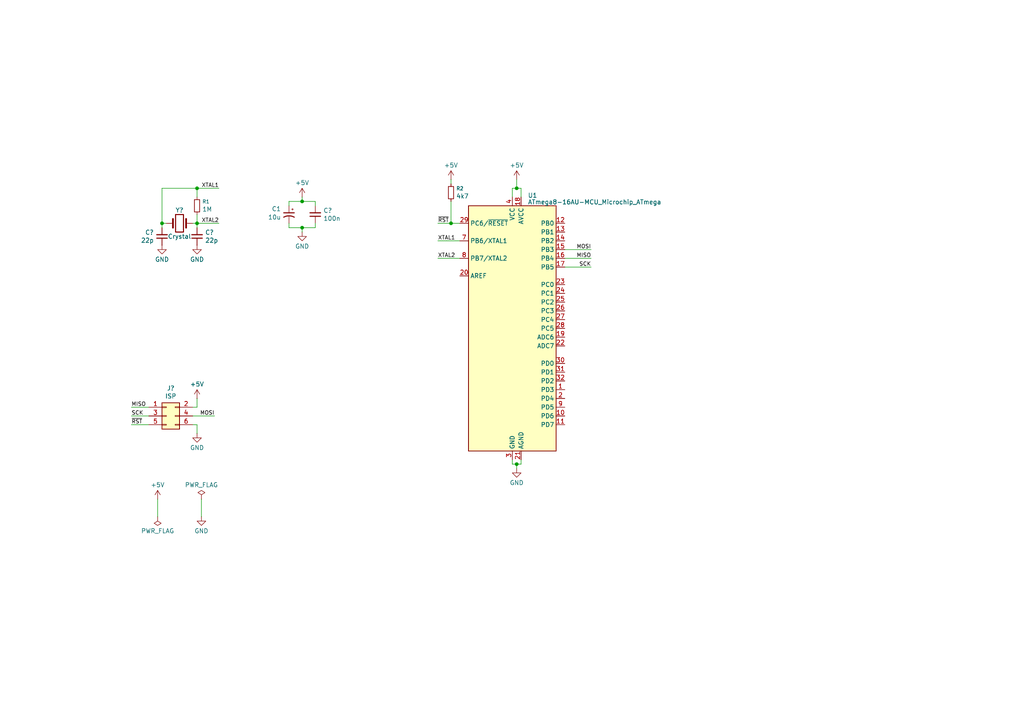
<source format=kicad_sch>
(kicad_sch (version 20250114) (generator "eeschema") (generator_version "9.0")
  (paper "A4")
  (lib_symbols
    (symbol "Connector_Generic:Conn_02x03_Odd_Even" (pin_names (offset 1.016) (hide yes))
      (property "Reference" "J" (at 1.27 5.08 0))
      (property "Value" "Conn_02x03_Odd_Even" (at 1.27 -5.08 0))
      (symbol "Conn_02x03_Odd_Even_1_1"
        (rectangle (start -1.27 3.81) (end 3.81 -3.81) (stroke (width 0.254)) (fill (type background)))
        (rectangle (start -1.27 2.667) (end 0 2.413) (stroke (width 0.1524)))
        (rectangle (start -1.27 0.127) (end 0 -0.127) (stroke (width 0.1524)))
        (rectangle (start -1.27 -2.413) (end 0 -2.667) (stroke (width 0.1524)))
        (rectangle (start 3.81 2.667) (end 2.54 2.413) (stroke (width 0.1524)))
        (rectangle (start 3.81 0.127) (end 2.54 -0.127) (stroke (width 0.1524)))
        (rectangle (start 3.81 -2.413) (end 2.54 -2.667) (stroke (width 0.1524)))
        (pin passive line (at -5.08 2.54 0) (length 3.81) (name "Pin_1") (number "1"))
        (pin passive line (at -5.08 0 0) (length 3.81) (name "Pin_3") (number "3"))
        (pin passive line (at -5.08 -2.54 0) (length 3.81) (name "Pin_5") (number "5"))
        (pin passive line (at 7.62 2.54 180) (length 3.81) (name "Pin_2") (number "2"))
        (pin passive line (at 7.62 0 180) (length 3.81) (name "Pin_4") (number "4"))
        (pin passive line (at 7.62 -2.54 180) (length 3.81) (name "Pin_6") (number "6"))
      )
    )
    (symbol "Device:C_Polarized_Small_US" (pin_numbers (hide yes)) (pin_names (offset 0.254) (hide yes))
      (property "Reference" "C" (at 0.254 1.778 0))
      (property "Value" "C_Polarized_Small_US" (at 0.254 -2.032 0))
      (symbol "C_Polarized_Small_US_0_1"
        (polyline (pts (xy -1.524 0.508) (xy 1.524 0.508)) (stroke (width 0.3048)))
        (polyline (pts (xy -1.27 1.524) (xy -0.762 1.524)))
        (polyline (pts (xy -1.016 1.27) (xy -1.016 1.778)))
        (arc (start -1.524 -0.762) (mid 0 -0.3734) (end 1.524 -0.762) (stroke (width 0.3048)))
      )
      (symbol "C_Polarized_Small_US_1_1"
        (pin passive line (at 0 2.54 270) (length 2.032) (name "~") (number "1"))
        (pin passive line (at 0 -2.54 90) (length 2.032) (name "~") (number "2"))
      )
    )
    (symbol "Device:C_Small" (pin_numbers (hide yes)) (pin_names (offset 0.254) (hide yes))
      (property "Reference" "C" (at 0.254 1.778 0))
      (property "Value" "C_Small" (at 0.254 -2.032 0))
      (symbol "C_Small_0_1"
        (polyline (pts (xy -1.524 0.508) (xy 1.524 0.508)) (stroke (width 0.3048)))
        (polyline (pts (xy -1.524 -0.508) (xy 1.524 -0.508)) (stroke (width 0.3302)))
      )
      (symbol "C_Small_1_1"
        (pin passive line (at 0 2.54 270) (length 2.032) (name "~") (number "1"))
        (pin passive line (at 0 -2.54 90) (length 2.032) (name "~") (number "2"))
      )
    )
    (symbol "Device:Crystal" (pin_numbers (hide yes)) (pin_names (offset 1.016) (hide yes))
      (property "Reference" "Y" (at 0 3.81 0))
      (property "Value" "Crystal" (at 0 -3.81 0))
      (symbol "Crystal_0_1"
        (polyline (pts (xy -2.54 0) (xy -1.905 0)))
        (polyline (pts (xy -1.905 -1.27) (xy -1.905 1.27)) (stroke (width 0.508)))
        (rectangle (start -1.143 2.54) (end 1.143 -2.54) (stroke (width 0.3048)))
        (polyline (pts (xy 1.905 -1.27) (xy 1.905 1.27)) (stroke (width 0.508)))
        (polyline (pts (xy 2.54 0) (xy 1.905 0)))
      )
      (symbol "Crystal_1_1"
        (pin passive line (at -3.81 0 0) (length 1.27) (name "1") (number "1"))
        (pin passive line (at 3.81 0 180) (length 1.27) (name "2") (number "2"))
      )
    )
    (symbol "PWR_FLAG_1" (power) (pin_numbers (hide yes)) (pin_names (offset 0) (hide yes))
      (property "Value" "PWR_FLAG" (at 0 3.81 0))
      (symbol "PWR_FLAG_1_0_0"
        (pin power_out line (at 0 0 90) (length 0) (name "~") (number "1"))
      )
      (symbol "PWR_FLAG_1_0_1"
        (polyline (pts (xy 0 0) (xy 0 1.27) (xy -1.016 1.905) (xy 0 2.54) (xy 1.016 1.905) (xy 0 1.27)))
      )
    )
    (symbol "R_Small_1" (pin_numbers (hide yes)) (pin_names (offset 0.254) (hide yes))
      (property "Reference" "R" (at 0 0 90))
      (property "Value" "R_Small" (at 1.778 0 90))
      (symbol "R_Small_1_0_1"
        (rectangle (start -0.762 1.778) (end 0.762 -1.778) (stroke (width 0.2032)))
      )
      (symbol "R_Small_1_1_1"
        (pin passive line (at 0 2.54 270) (length 0.762) (name "~") (number "1"))
        (pin passive line (at 0 -2.54 90) (length 0.762) (name "~") (number "2"))
      )
    )
    (symbol "atmega8-rescue:ATmega8-16AU-MCU_Microchip_ATmega"
      (property "Reference" "U" (at -12.7 36.83 0))
      (property "Value" "ATmega8-16AU-MCU_Microchip_ATmega" (at 5.08 -36.83 0))
      (symbol "ATmega8-16AU-MCU_Microchip_ATmega_0_1"
        (rectangle (start -12.7 -35.56) (end 12.7 35.56) (stroke (width 0.254)) (fill (type background)))
      )
      (symbol "ATmega8-16AU-MCU_Microchip_ATmega_1_1"
        (pin bidirectional line (at -15.24 30.48 0) (length 2.54) (name "PC6/~{RESET}") (number "29"))
        (pin bidirectional line (at -15.24 25.4 0) (length 2.54) (name "PB6/XTAL1") (number "7"))
        (pin bidirectional line (at -15.24 20.32 0) (length 2.54) (name "PB7/XTAL2") (number "8"))
        (pin input line (at -15.24 15.24 0) (length 2.54) (name "AREF") (number "20"))
        (pin power_in line (at 0 38.1 270) (length 2.54) (name "VCC") (number "4"))
        (pin passive line (at 0 38.1 270) (length 2.54) (hide yes) (name "VCC") (number "6"))
        (pin power_in line (at 0 -38.1 90) (length 2.54) (name "GND") (number "3"))
        (pin passive line (at 0 -38.1 90) (length 2.54) (hide yes) (name "GND") (number "5"))
        (pin power_in line (at 2.54 38.1 270) (length 2.54) (name "AVCC") (number "18"))
        (pin power_in line (at 2.54 -38.1 90) (length 2.54) (name "AGND") (number "21"))
        (pin bidirectional line (at 15.24 30.48 180) (length 2.54) (name "PB0") (number "12"))
        (pin bidirectional line (at 15.24 27.94 180) (length 2.54) (name "PB1") (number "13"))
        (pin bidirectional line (at 15.24 25.4 180) (length 2.54) (name "PB2") (number "14"))
        (pin bidirectional line (at 15.24 22.86 180) (length 2.54) (name "PB3") (number "15"))
        (pin bidirectional line (at 15.24 20.32 180) (length 2.54) (name "PB4") (number "16"))
        (pin bidirectional line (at 15.24 17.78 180) (length 2.54) (name "PB5") (number "17"))
        (pin bidirectional line (at 15.24 12.7 180) (length 2.54) (name "PC0") (number "23"))
        (pin bidirectional line (at 15.24 10.16 180) (length 2.54) (name "PC1") (number "24"))
        (pin bidirectional line (at 15.24 7.62 180) (length 2.54) (name "PC2") (number "25"))
        (pin bidirectional line (at 15.24 5.08 180) (length 2.54) (name "PC3") (number "26"))
        (pin bidirectional line (at 15.24 2.54 180) (length 2.54) (name "PC4") (number "27"))
        (pin bidirectional line (at 15.24 0 180) (length 2.54) (name "PC5") (number "28"))
        (pin bidirectional line (at 15.24 -2.54 180) (length 2.54) (name "ADC6") (number "19"))
        (pin bidirectional line (at 15.24 -5.08 180) (length 2.54) (name "ADC7") (number "22"))
        (pin bidirectional line (at 15.24 -10.16 180) (length 2.54) (name "PD0") (number "30"))
        (pin bidirectional line (at 15.24 -12.7 180) (length 2.54) (name "PD1") (number "31"))
        (pin bidirectional line (at 15.24 -15.24 180) (length 2.54) (name "PD2") (number "32"))
        (pin bidirectional line (at 15.24 -17.78 180) (length 2.54) (name "PD3") (number "1"))
        (pin bidirectional line (at 15.24 -20.32 180) (length 2.54) (name "PD4") (number "2"))
        (pin bidirectional line (at 15.24 -22.86 180) (length 2.54) (name "PD5") (number "9"))
        (pin bidirectional line (at 15.24 -25.4 180) (length 2.54) (name "PD6") (number "10"))
        (pin bidirectional line (at 15.24 -27.94 180) (length 2.54) (name "PD7") (number "11"))
      )
    )
    (symbol "power:+5V" (power) (pin_numbers (hide yes)) (pin_names (offset 0) (hide yes))
      (property "Value" "+5V" (at 0 3.556 0))
      (symbol "+5V_0_1"
        (polyline (pts (xy -0.762 1.27) (xy 0 2.54)))
        (polyline (pts (xy 0 2.54) (xy 0.762 1.27)))
        (polyline (pts (xy 0 0) (xy 0 2.54)))
      )
      (symbol "+5V_1_1"
        (pin power_in line (at 0 0 90) (length 0) (name "~") (number "1"))
      )
    )
    (symbol "power:GND" (power) (pin_numbers (hide yes)) (pin_names (offset 0) (hide yes))
      (property "Value" "GND" (at 0 -3.81 0))
      (symbol "GND_0_1"
        (polyline (pts (xy 0 0) (xy 0 -1.27) (xy 1.27 -1.27) (xy 0 -2.54) (xy -1.27 -1.27) (xy 0 -1.27)))
      )
      (symbol "GND_1_1"
        (pin power_in line (at 0 0 270) (length 0) (name "~") (number "1"))
      )
    )
  )
  (junction (at 149.86 134.62))
  (junction (at 149.86 54.61))
  (junction (at 87.63 58.42))
  (junction (at 130.81 64.77))
  (junction (at 57.15 64.77))
  (junction (at 87.63 66.04))
  (junction (at 57.15 54.61))
  (junction (at 46.99 64.77))
  (wire (pts (xy 46.99 64.77) (xy 46.99 66.04)))
  (wire (pts (xy 63.5 54.61) (xy 57.15 54.61)))
  (wire (pts (xy 163.83 77.47) (xy 171.45 77.47)))
  (wire (pts (xy 57.15 64.77) (xy 57.15 66.04)))
  (wire (pts (xy 87.63 66.04) (xy 91.44 66.04)))
  (wire (pts (xy 149.86 135.89) (xy 149.86 134.62)))
  (wire (pts (xy 130.81 64.77) (xy 127 64.77)))
  (wire (pts (xy 151.13 54.61) (xy 151.13 57.15)))
  (wire (pts (xy 45.72 149.86) (xy 45.72 144.78)))
  (wire (pts (xy 163.83 74.93) (xy 171.45 74.93)))
  (wire (pts (xy 148.59 54.61) (xy 149.86 54.61)))
  (wire (pts (xy 55.88 120.65) (xy 62.23 120.65)))
  (wire (pts (xy 130.81 52.07) (xy 130.81 53.34)))
  (wire (pts (xy 57.15 123.19) (xy 55.88 123.19)))
  (wire (pts (xy 133.35 69.85) (xy 127 69.85)))
  (wire (pts (xy 133.35 64.77) (xy 130.81 64.77)))
  (wire (pts (xy 57.15 118.11) (xy 57.15 115.57)))
  (wire (pts (xy 87.63 57.15) (xy 87.63 58.42)))
  (wire (pts (xy 48.26 64.77) (xy 46.99 64.77)))
  (wire (pts (xy 149.86 54.61) (xy 149.86 52.07)))
  (wire (pts (xy 91.44 66.04) (xy 91.44 64.77)))
  (wire (pts (xy 43.18 120.65) (xy 38.1 120.65)))
  (wire (pts (xy 55.88 64.77) (xy 57.15 64.77)))
  (wire (pts (xy 87.63 58.42) (xy 91.44 58.42)))
  (wire (pts (xy 43.18 123.19) (xy 38.1 123.19)))
  (wire (pts (xy 91.44 58.42) (xy 91.44 59.69)))
  (wire (pts (xy 57.15 54.61) (xy 46.99 54.61)))
  (wire (pts (xy 58.42 144.78) (xy 58.42 149.86)))
  (wire (pts (xy 151.13 134.62) (xy 151.13 133.35)))
  (wire (pts (xy 148.59 54.61) (xy 148.59 57.15)))
  (wire (pts (xy 57.15 57.15) (xy 57.15 54.61)))
  (wire (pts (xy 83.82 64.77) (xy 83.82 66.04)))
  (wire (pts (xy 87.63 66.04) (xy 87.63 67.31)))
  (wire (pts (xy 130.81 58.42) (xy 130.81 64.77)))
  (wire (pts (xy 148.59 134.62) (xy 149.86 134.62)))
  (wire (pts (xy 57.15 62.23) (xy 57.15 64.77)))
  (wire (pts (xy 148.59 133.35) (xy 148.59 134.62)))
  (wire (pts (xy 46.99 54.61) (xy 46.99 64.77)))
  (wire (pts (xy 163.83 72.39) (xy 171.45 72.39)))
  (wire (pts (xy 83.82 59.69) (xy 83.82 58.42)))
  (wire (pts (xy 57.15 64.77) (xy 63.5 64.77)))
  (wire (pts (xy 83.82 58.42) (xy 87.63 58.42)))
  (wire (pts (xy 55.88 118.11) (xy 57.15 118.11)))
  (wire (pts (xy 43.18 118.11) (xy 38.1 118.11)))
  (wire (pts (xy 149.86 54.61) (xy 151.13 54.61)))
  (wire (pts (xy 57.15 125.73) (xy 57.15 123.19)))
  (wire (pts (xy 83.82 66.04) (xy 87.63 66.04)))
  (wire (pts (xy 133.35 74.93) (xy 127 74.93)))
  (wire (pts (xy 149.86 134.62) (xy 151.13 134.62)))
  (label "XTAL1" (at 63.5 54.61 180) (effects (font (size 1.1176 1.1176))))
  (label "SCK" (at 38.1 120.65 0) (effects (font (size 1.1176 1.1176))))
  (label "MOSI" (at 62.23 120.65 180) (effects (font (size 1.1176 1.1176))))
  (label "MOSI" (at 171.45 72.39 180) (effects (font (size 1.1176 1.1176))))
  (label "SCK" (at 171.45 77.47 180) (effects (font (size 1.1176 1.1176))))
  (label "XTAL2" (at 127 74.93 0) (effects (font (size 1.1176 1.1176))))
  (label "XTAL1" (at 127 69.85 0) (effects (font (size 1.1176 1.1176))))
  (label "~{RST}" (at 127 64.77 0) (effects (font (size 1.1176 1.1176))))
  (label "MISO" (at 171.45 74.93 180) (effects (font (size 1.1176 1.1176))))
  (label "MISO" (at 38.1 118.11 0) (effects (font (size 1.1176 1.1176))))
  (label "XTAL2" (at 63.5 64.77 180) (effects (font (size 1.1176 1.1176))))
  (label "~{RST}" (at 38.1 123.19 0) (effects (font (size 1.1176 1.1176))))
  (symbol (lib_id "Device:Crystal") (at 52.07 64.77 0) (unit 1)
    (property "Reference" "Y?" (at 52.07 60.96 0))
    (property "Value" "Crystal" (at 52.07 68.58 0))
  )
  (symbol (lib_id "Connector_Generic:Conn_02x03_Odd_Even") (at 48.26 120.65 0) (unit 1)
    (property "Reference" "J?" (at 49.53 112.5982 0))
    (property "Value" "ISP" (at 49.53 114.9096 0))
  )
  (symbol (lib_id "Device:C_Small") (at 57.15 68.58 180) (unit 1)
    (property "Reference" "C?" (at 59.4868 67.4116 0) (effects (justify right)))
    (property "Value" "22p" (at 59.4868 69.723 0) (effects (justify right)))
  )
  (symbol (lib_id "power:GND") (at 57.15 125.73 0) (unit 1)
    (property "Reference" "#PWR04" (effects (hide yes)))
    (property "Value" "GND" (at 57.15 129.8631 0))
    (property "Description" "Power symbol creates a global label with name \"GND\" , ground" (effects (hide yes)))
  )
  (symbol (lib_id "power:GND") (at 87.63 67.31 0) (unit 1)
    (property "Reference" "#PWR01" (effects (hide yes)))
    (property "Value" "GND" (at 87.63 71.4431 0))
    (property "Description" "Power symbol creates a global label with name \"GND\" , ground" (effects (hide yes)))
  )
  (symbol (lib_id "power:GND") (at 149.86 135.89 0) (unit 1)
    (property "Reference" "#PWR06" (effects (hide yes)))
    (property "Value" "GND" (at 149.86 140.0231 0))
    (property "Description" "Power symbol creates a global label with name \"GND\" , ground" (effects (hide yes)))
  )
  (symbol (lib_id "Device:C_Polarized_Small_US") (at 83.82 62.23 0) (mirror y) (unit 1)
    (property "Reference" "C1" (at 81.5086 60.586 0) (effects (justify left)))
    (property "Value" "10u" (at 81.5086 63.0103 0) (effects (justify left)))
    (property "Description" "Polarized capacitor, small US symbol" (effects (hide yes)))
  )
  (symbol (lib_id "Device:C_Small") (at 91.44 62.23 180) (unit 1)
    (property "Reference" "C?" (at 93.7768 61.0616 0) (effects (justify right)))
    (property "Value" "100n" (at 93.7768 63.373 0) (effects (justify right)))
    (property "Description" "Unpolarized capacitor, small symbol" (effects (hide yes)))
  )
  (symbol (lib_id "power:+5V") (at 149.86 52.07 0) (unit 1)
    (property "Reference" "#PWR09" (effects (hide yes)))
    (property "Value" "+5V" (at 149.86 47.9369 0))
    (property "Description" "Power symbol creates a global label with name \"+5V\"" (effects (hide yes)))
  )
  (symbol (lib_name "PWR_FLAG_1") (lib_id "power:PWR_FLAG") (at 45.72 149.86 180) (unit 1)
    (property "Reference" "#FLG02" (effects (hide yes)))
    (property "Value" "PWR_FLAG" (at 45.72 153.9931 0))
    (property "Description" "Special symbol for telling ERC where power comes from" (effects (hide yes)))
  )
  (symbol (lib_id "atmega8-rescue:ATmega8-16AU-MCU_Microchip_ATmega") (at 148.59 95.25 0) (unit 1)
    (property "Reference" "U1" (at 153.0859 56.6801 0) (effects (justify left)))
    (property "Value" "ATmega8-16AU-MCU_Microchip_ATmega" (at 153.0859 58.6011 0) (effects (justify left)))
    (property "Footprint" "Package_QFP:TQFP-32_7x7mm_P0.8mm" (effects (hide yes)))
  )
  (symbol (lib_id "power:GND") (at 57.15 71.12 0) (unit 1)
    (property "Reference" "#PWR02" (effects (hide yes)))
    (property "Value" "GND" (at 57.15 75.2531 0))
    (property "Description" "Power symbol creates a global label with name \"GND\" , ground" (effects (hide yes)))
  )
  (symbol (lib_id "power:GND") (at 58.42 149.86 0) (unit 1)
    (property "Reference" "#PWR05" (effects (hide yes)))
    (property "Value" "GND" (at 58.42 153.9931 0))
    (property "Description" "Power symbol creates a global label with name \"GND\" , ground" (effects (hide yes)))
  )
  (symbol (lib_id "power:+5V") (at 45.72 144.78 0) (unit 1)
    (property "Reference" "#PWR08" (effects (hide yes)))
    (property "Value" "+5V" (at 45.72 140.6469 0))
    (property "Description" "Power symbol creates a global label with name \"+5V\"" (effects (hide yes)))
  )
  (symbol (lib_id "Device:C_Small") (at 46.99 68.58 0) (mirror x) (unit 1)
    (property "Reference" "C?" (at 44.6532 67.4116 0) (effects (justify right)))
    (property "Value" "22p" (at 44.6532 69.723 0) (effects (justify right)))
  )
  (symbol (lib_id "power:+5V") (at 87.63 57.15 0) (unit 1)
    (property "Reference" "#PWR011" (effects (hide yes)))
    (property "Value" "+5V" (at 87.63 53.0169 0))
    (property "Description" "Power symbol creates a global label with name \"+5V\"" (effects (hide yes)))
  )
  (symbol (lib_id "power:+5V") (at 57.15 115.57 0) (unit 1)
    (property "Reference" "#PWR07" (effects (hide yes)))
    (property "Value" "+5V" (at 57.15 111.4369 0))
    (property "Description" "Power symbol creates a global label with name \"+5V\"" (effects (hide yes)))
  )
  (symbol (lib_name "R_Small_1") (lib_id "Device:R_Small") (at 57.15 59.69 0) (unit 1)
    (property "Reference" "R1" (at 58.6486 58.4778 0) (effects (font (size 1.016 1.016)) (justify left)))
    (property "Value" "1M" (at 58.6486 60.6977 0) (effects (justify left)))
    (property "Description" "Resistor, small symbol" (effects (hide yes)))
  )
  (symbol (lib_id "power:+5V") (at 130.81 52.07 0) (unit 1)
    (property "Reference" "#PWR010" (effects (hide yes)))
    (property "Value" "+5V" (at 130.81 47.9369 0))
    (property "Description" "Power symbol creates a global label with name \"+5V\"" (effects (hide yes)))
  )
  (symbol (lib_name "R_Small_1") (lib_id "Device:R_Small") (at 130.81 55.88 0) (unit 1)
    (property "Reference" "R2" (at 132.3086 54.6678 0) (effects (font (size 1.016 1.016)) (justify left)))
    (property "Value" "4k7" (at 132.3086 56.8877 0) (effects (justify left)))
    (property "Description" "Resistor, small symbol" (effects (hide yes)))
  )
  (symbol (lib_name "PWR_FLAG_1") (lib_id "power:PWR_FLAG") (at 58.42 144.78 0) (unit 1)
    (property "Reference" "#FLG01" (effects (hide yes)))
    (property "Value" "PWR_FLAG" (at 58.42 140.6469 0))
    (property "Description" "Special symbol for telling ERC where power comes from" (effects (hide yes)))
  )
  (symbol (lib_id "power:GND") (at 46.99 71.12 0) (unit 1)
    (property "Reference" "#PWR03" (effects (hide yes)))
    (property "Value" "GND" (at 46.99 75.2531 0))
    (property "Description" "Power symbol creates a global label with name \"GND\" , ground" (effects (hide yes)))
  )
)
</source>
